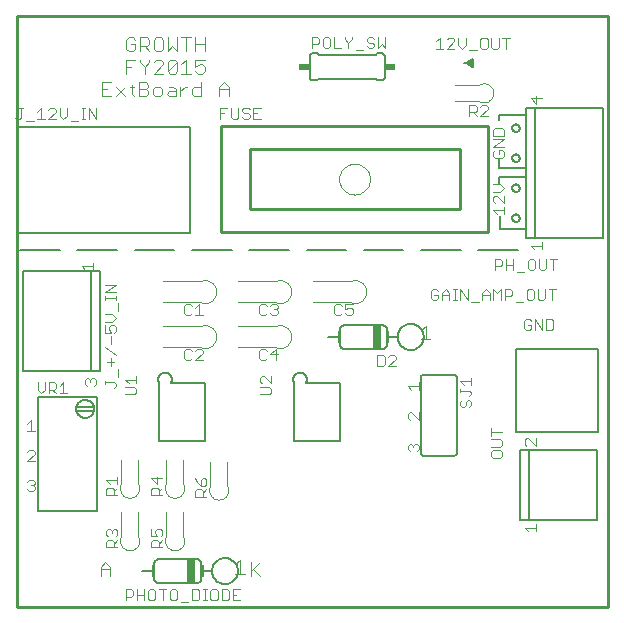
<source format=gto>
G75*
%MOIN*%
%OFA0B0*%
%FSLAX24Y24*%
%IPPOS*%
%LPD*%
%AMOC8*
5,1,8,0,0,1.08239X$1,22.5*
%
%ADD10C,0.0100*%
%ADD11C,0.0030*%
%ADD12C,0.0050*%
%ADD13C,0.0040*%
%ADD14C,0.0039*%
%ADD15R,0.0079X0.0394*%
%ADD16R,0.0295X0.0787*%
%ADD17C,0.0000*%
%ADD18C,0.0060*%
%ADD19R,0.0340X0.0240*%
D10*
X000150Y000150D02*
X000150Y019835D01*
X019835Y019835D01*
X019835Y000150D01*
X000150Y000150D01*
X006951Y012628D02*
X006951Y016172D01*
X015849Y016172D01*
X015849Y012628D01*
X006951Y012628D01*
X007900Y013400D02*
X014900Y013400D01*
X014900Y015400D01*
X007900Y015400D01*
X007900Y013400D01*
D11*
X007837Y016415D02*
X007713Y016415D01*
X007652Y016477D01*
X007530Y016477D02*
X007530Y016785D01*
X007652Y016724D02*
X007652Y016662D01*
X007713Y016600D01*
X007837Y016600D01*
X007899Y016538D01*
X007899Y016477D01*
X007837Y016415D01*
X008020Y016415D02*
X008020Y016785D01*
X008267Y016785D01*
X008143Y016600D02*
X008020Y016600D01*
X007899Y016724D02*
X007837Y016785D01*
X007713Y016785D01*
X007652Y016724D01*
X007530Y016477D02*
X007468Y016415D01*
X007345Y016415D01*
X007283Y016477D01*
X007283Y016785D01*
X007162Y016785D02*
X006915Y016785D01*
X006915Y016415D01*
X006915Y016600D02*
X007038Y016600D01*
X008020Y016415D02*
X008267Y016415D01*
X002794Y016390D02*
X002794Y016760D01*
X002547Y016760D02*
X002547Y016390D01*
X002425Y016390D02*
X002301Y016390D01*
X002363Y016390D02*
X002363Y016760D01*
X002301Y016760D02*
X002425Y016760D01*
X002547Y016760D02*
X002794Y016390D01*
X002180Y016328D02*
X001933Y016328D01*
X001811Y016513D02*
X001688Y016390D01*
X001565Y016513D01*
X001565Y016760D01*
X001443Y016699D02*
X001381Y016760D01*
X001258Y016760D01*
X001196Y016699D01*
X000951Y016760D02*
X000951Y016390D01*
X000828Y016390D02*
X001075Y016390D01*
X001196Y016390D02*
X001443Y016637D01*
X001443Y016699D01*
X001443Y016390D02*
X001196Y016390D01*
X000828Y016637D02*
X000951Y016760D01*
X000706Y016328D02*
X000460Y016328D01*
X000276Y016452D02*
X000276Y016760D01*
X000215Y016760D02*
X000338Y016760D01*
X000276Y016452D02*
X000215Y016390D01*
X000153Y016390D01*
X000091Y016452D01*
X001811Y016513D02*
X001811Y016760D01*
X002673Y011613D02*
X002673Y011366D01*
X002673Y011490D02*
X002303Y011490D01*
X002426Y011366D01*
X003081Y010880D02*
X003452Y010880D01*
X003081Y010633D01*
X003452Y010633D01*
X003452Y010511D02*
X003452Y010388D01*
X003452Y010449D02*
X003081Y010449D01*
X003081Y010388D02*
X003081Y010511D01*
X003513Y010266D02*
X003513Y010019D01*
X003328Y009898D02*
X003081Y009898D01*
X003081Y009651D02*
X003328Y009651D01*
X003452Y009775D01*
X003328Y009898D01*
X003266Y009530D02*
X003390Y009530D01*
X003452Y009468D01*
X003452Y009345D01*
X003390Y009283D01*
X003266Y009283D02*
X003205Y009406D01*
X003205Y009468D01*
X003266Y009530D01*
X003081Y009530D02*
X003081Y009283D01*
X003266Y009283D01*
X003266Y009161D02*
X003266Y008914D01*
X003081Y008793D02*
X003452Y008546D01*
X003266Y008425D02*
X003266Y008178D01*
X003143Y008301D02*
X003390Y008301D01*
X003513Y008056D02*
X003513Y007810D01*
X003390Y007626D02*
X003081Y007626D01*
X003081Y007565D02*
X003081Y007688D01*
X003390Y007626D02*
X003452Y007565D01*
X003452Y007503D01*
X003390Y007441D01*
X003755Y007470D02*
X004059Y007470D01*
X004119Y007409D01*
X004119Y007288D01*
X004059Y007227D01*
X003755Y007227D01*
X003877Y007590D02*
X003755Y007711D01*
X004119Y007711D01*
X004119Y007590D02*
X004119Y007833D01*
X002773Y007702D02*
X002773Y007578D01*
X002711Y007516D01*
X002588Y007640D02*
X002588Y007702D01*
X002650Y007763D01*
X002711Y007763D01*
X002773Y007702D01*
X002588Y007702D02*
X002526Y007763D01*
X002465Y007763D01*
X002403Y007702D01*
X002403Y007578D01*
X002465Y007516D01*
X001820Y007256D02*
X001573Y007256D01*
X001451Y007256D02*
X001328Y007379D01*
X001390Y007379D02*
X001205Y007379D01*
X001083Y007379D02*
X001083Y007626D01*
X001205Y007626D02*
X001390Y007626D01*
X001451Y007564D01*
X001451Y007441D01*
X001390Y007379D01*
X001573Y007502D02*
X001696Y007626D01*
X001696Y007256D01*
X001205Y007256D02*
X001205Y007626D01*
X001083Y007379D02*
X000960Y007256D01*
X000836Y007379D01*
X000836Y007626D01*
X000610Y006376D02*
X000486Y006252D01*
X000610Y006376D02*
X000610Y006006D01*
X000733Y006006D02*
X000486Y006006D01*
X000548Y005376D02*
X000486Y005314D01*
X000548Y005376D02*
X000671Y005376D01*
X000733Y005314D01*
X000733Y005252D01*
X000486Y005006D01*
X000733Y005006D01*
X000671Y004376D02*
X000548Y004376D01*
X000486Y004314D01*
X000610Y004191D02*
X000671Y004191D01*
X000733Y004129D01*
X000733Y004067D01*
X000671Y004006D01*
X000548Y004006D01*
X000486Y004067D01*
X000671Y004191D02*
X000733Y004252D01*
X000733Y004314D01*
X000671Y004376D01*
X003127Y004361D02*
X003491Y004361D01*
X003491Y004240D02*
X003491Y004483D01*
X003249Y004240D02*
X003127Y004361D01*
X003188Y004120D02*
X003309Y004120D01*
X003370Y004060D01*
X003370Y003878D01*
X003370Y003999D02*
X003491Y004120D01*
X003491Y003878D02*
X003127Y003878D01*
X003127Y004060D01*
X003188Y004120D01*
X003188Y002733D02*
X003249Y002733D01*
X003309Y002672D01*
X003370Y002733D01*
X003431Y002733D01*
X003491Y002672D01*
X003491Y002551D01*
X003431Y002490D01*
X003491Y002370D02*
X003370Y002249D01*
X003370Y002310D02*
X003370Y002128D01*
X003491Y002128D02*
X003127Y002128D01*
X003127Y002310D01*
X003188Y002370D01*
X003309Y002370D01*
X003370Y002310D01*
X003188Y002490D02*
X003127Y002551D01*
X003127Y002672D01*
X003188Y002733D01*
X003309Y002672D02*
X003309Y002611D01*
X004627Y002490D02*
X004809Y002490D01*
X004749Y002611D01*
X004749Y002672D01*
X004809Y002733D01*
X004931Y002733D01*
X004991Y002672D01*
X004991Y002551D01*
X004931Y002490D01*
X004991Y002370D02*
X004870Y002249D01*
X004870Y002310D02*
X004870Y002128D01*
X004991Y002128D02*
X004627Y002128D01*
X004627Y002310D01*
X004688Y002370D01*
X004809Y002370D01*
X004870Y002310D01*
X004627Y002490D02*
X004627Y002733D01*
X004627Y003878D02*
X004627Y004060D01*
X004688Y004120D01*
X004809Y004120D01*
X004870Y004060D01*
X004870Y003878D01*
X004870Y003999D02*
X004991Y004120D01*
X004809Y004240D02*
X004809Y004483D01*
X004991Y004422D02*
X004627Y004422D01*
X004809Y004240D01*
X004991Y003878D02*
X004627Y003878D01*
X006097Y003818D02*
X006097Y004000D01*
X006158Y004060D01*
X006279Y004060D01*
X006340Y004000D01*
X006340Y003818D01*
X006340Y003939D02*
X006461Y004060D01*
X006401Y004180D02*
X006461Y004241D01*
X006461Y004362D01*
X006401Y004423D01*
X006340Y004423D01*
X006279Y004362D01*
X006279Y004180D01*
X006401Y004180D01*
X006279Y004180D02*
X006158Y004301D01*
X006097Y004423D01*
X006097Y003818D02*
X006461Y003818D01*
X006473Y000730D02*
X006350Y000730D01*
X006412Y000730D02*
X006412Y000359D01*
X006473Y000359D02*
X006350Y000359D01*
X006229Y000421D02*
X006229Y000668D01*
X006167Y000730D01*
X005982Y000730D01*
X005982Y000359D01*
X006167Y000359D01*
X006229Y000421D01*
X006595Y000421D02*
X006657Y000359D01*
X006781Y000359D01*
X006842Y000421D01*
X006842Y000668D01*
X006781Y000730D01*
X006657Y000730D01*
X006595Y000668D01*
X006595Y000421D01*
X006964Y000359D02*
X007149Y000359D01*
X007211Y000421D01*
X007211Y000668D01*
X007149Y000730D01*
X006964Y000730D01*
X006964Y000359D01*
X007332Y000359D02*
X007332Y000730D01*
X007579Y000730D01*
X007456Y000545D02*
X007332Y000545D01*
X007332Y000359D02*
X007579Y000359D01*
X005860Y000298D02*
X005613Y000298D01*
X005492Y000421D02*
X005492Y000668D01*
X005430Y000730D01*
X005307Y000730D01*
X005245Y000668D01*
X005245Y000421D01*
X005307Y000359D01*
X005430Y000359D01*
X005492Y000421D01*
X005124Y000730D02*
X004877Y000730D01*
X005000Y000730D02*
X005000Y000359D01*
X004755Y000421D02*
X004755Y000668D01*
X004694Y000730D01*
X004570Y000730D01*
X004508Y000668D01*
X004508Y000421D01*
X004570Y000359D01*
X004694Y000359D01*
X004755Y000421D01*
X004387Y000359D02*
X004387Y000730D01*
X004387Y000545D02*
X004140Y000545D01*
X004019Y000545D02*
X003957Y000483D01*
X003772Y000483D01*
X003772Y000359D02*
X003772Y000730D01*
X003957Y000730D01*
X004019Y000668D01*
X004019Y000545D01*
X004140Y000359D02*
X004140Y000730D01*
X008255Y007227D02*
X008559Y007227D01*
X008619Y007288D01*
X008619Y007409D01*
X008559Y007470D01*
X008255Y007470D01*
X008316Y007590D02*
X008255Y007651D01*
X008255Y007772D01*
X008316Y007833D01*
X008377Y007833D01*
X008619Y007590D01*
X008619Y007833D01*
X008772Y008378D02*
X008772Y008742D01*
X008590Y008560D01*
X008833Y008560D01*
X008470Y008681D02*
X008409Y008742D01*
X008288Y008742D01*
X008227Y008681D01*
X008227Y008438D01*
X008288Y008378D01*
X008409Y008378D01*
X008470Y008438D01*
X008409Y009878D02*
X008288Y009878D01*
X008227Y009938D01*
X008227Y010181D01*
X008288Y010242D01*
X008409Y010242D01*
X008470Y010181D01*
X008590Y010181D02*
X008651Y010242D01*
X008772Y010242D01*
X008833Y010181D01*
X008833Y010120D01*
X008772Y010060D01*
X008833Y009999D01*
X008833Y009938D01*
X008772Y009878D01*
X008651Y009878D01*
X008590Y009938D01*
X008470Y009938D02*
X008409Y009878D01*
X008711Y010060D02*
X008772Y010060D01*
X010727Y010181D02*
X010727Y009938D01*
X010788Y009878D01*
X010909Y009878D01*
X010970Y009938D01*
X011090Y009938D02*
X011151Y009878D01*
X011272Y009878D01*
X011333Y009938D01*
X011333Y010060D01*
X011272Y010120D01*
X011211Y010120D01*
X011090Y010060D01*
X011090Y010242D01*
X011333Y010242D01*
X010970Y010181D02*
X010909Y010242D01*
X010788Y010242D01*
X010727Y010181D01*
X012153Y008537D02*
X012338Y008537D01*
X012400Y008475D01*
X012400Y008228D01*
X012338Y008167D01*
X012153Y008167D01*
X012153Y008537D01*
X012521Y008475D02*
X012583Y008537D01*
X012706Y008537D01*
X012768Y008475D01*
X012768Y008413D01*
X012521Y008167D01*
X012768Y008167D01*
X013170Y007506D02*
X013540Y007506D01*
X013540Y007383D02*
X013540Y007629D01*
X013293Y007383D02*
X013170Y007506D01*
X013232Y006629D02*
X013170Y006568D01*
X013170Y006444D01*
X013232Y006383D01*
X013293Y006629D02*
X013540Y006383D01*
X013540Y006629D01*
X013293Y006629D02*
X013232Y006629D01*
X013232Y005579D02*
X013170Y005518D01*
X013170Y005394D01*
X013232Y005333D01*
X013355Y005456D02*
X013355Y005518D01*
X013417Y005579D01*
X013478Y005579D01*
X013540Y005518D01*
X013540Y005394D01*
X013478Y005333D01*
X013355Y005518D02*
X013293Y005579D01*
X013232Y005579D01*
X015943Y005477D02*
X016252Y005477D01*
X016313Y005539D01*
X016313Y005662D01*
X016252Y005724D01*
X015943Y005724D01*
X015943Y005845D02*
X015943Y006092D01*
X015943Y005969D02*
X016313Y005969D01*
X016252Y005356D02*
X016005Y005356D01*
X015943Y005294D01*
X015943Y005170D01*
X016005Y005109D01*
X016252Y005109D01*
X016313Y005170D01*
X016313Y005294D01*
X016252Y005356D01*
X017065Y005577D02*
X017126Y005515D01*
X017065Y005577D02*
X017065Y005700D01*
X017126Y005762D01*
X017188Y005762D01*
X017435Y005515D01*
X017435Y005762D01*
X017435Y002912D02*
X017435Y002665D01*
X017435Y002788D02*
X017065Y002788D01*
X017188Y002665D01*
X017388Y012065D02*
X017265Y012188D01*
X017635Y012188D01*
X017635Y012065D02*
X017635Y012312D01*
X016385Y013240D02*
X016385Y013487D01*
X016385Y013608D02*
X016138Y013855D01*
X016076Y013855D01*
X016015Y013793D01*
X016015Y013670D01*
X016076Y013608D01*
X016385Y013608D02*
X016385Y013855D01*
X016262Y013977D02*
X016385Y014100D01*
X016262Y014224D01*
X016015Y014224D01*
X016015Y013977D02*
X016262Y013977D01*
X016385Y013363D02*
X016015Y013363D01*
X016138Y013240D01*
X016076Y015115D02*
X016323Y015115D01*
X016385Y015177D01*
X016385Y015300D01*
X016323Y015362D01*
X016200Y015362D01*
X016200Y015238D01*
X016076Y015115D02*
X016015Y015177D01*
X016015Y015300D01*
X016076Y015362D01*
X016015Y015483D02*
X016385Y015730D01*
X016015Y015730D01*
X016015Y015852D02*
X016015Y016037D01*
X016076Y016099D01*
X016323Y016099D01*
X016385Y016037D01*
X016385Y015852D01*
X016015Y015852D01*
X016015Y015483D02*
X016385Y015483D01*
X015833Y016503D02*
X015590Y016503D01*
X015833Y016745D01*
X015833Y016806D01*
X015772Y016867D01*
X015651Y016867D01*
X015590Y016806D01*
X015470Y016806D02*
X015470Y016685D01*
X015409Y016624D01*
X015227Y016624D01*
X015227Y016503D02*
X015227Y016867D01*
X015409Y016867D01*
X015470Y016806D01*
X015349Y016624D02*
X015470Y016503D01*
X017265Y017100D02*
X017450Y016915D01*
X017450Y017162D01*
X017635Y017100D02*
X017265Y017100D01*
X016448Y018751D02*
X016448Y019121D01*
X016325Y019121D02*
X016572Y019121D01*
X016203Y019121D02*
X016203Y018812D01*
X016142Y018751D01*
X016018Y018751D01*
X015956Y018812D01*
X015956Y019121D01*
X015835Y019059D02*
X015773Y019121D01*
X015650Y019121D01*
X015588Y019059D01*
X015588Y018812D01*
X015650Y018751D01*
X015773Y018751D01*
X015835Y018812D01*
X015835Y019059D01*
X015467Y018689D02*
X015220Y018689D01*
X015098Y018874D02*
X015098Y019121D01*
X014851Y019121D02*
X014851Y018874D01*
X014975Y018751D01*
X015098Y018874D01*
X014730Y018751D02*
X014483Y018751D01*
X014730Y018998D01*
X014730Y019059D01*
X014668Y019121D01*
X014545Y019121D01*
X014483Y019059D01*
X014238Y019121D02*
X014238Y018751D01*
X014115Y018751D02*
X014362Y018751D01*
X014115Y018998D02*
X014238Y019121D01*
X006211Y010242D02*
X006211Y009878D01*
X006090Y009878D02*
X006333Y009878D01*
X006090Y010120D02*
X006211Y010242D01*
X005970Y010181D02*
X005909Y010242D01*
X005788Y010242D01*
X005727Y010181D01*
X005727Y009938D01*
X005788Y009878D01*
X005909Y009878D01*
X005970Y009938D01*
X005909Y008742D02*
X005788Y008742D01*
X005727Y008681D01*
X005727Y008438D01*
X005788Y008378D01*
X005909Y008378D01*
X005970Y008438D01*
X006090Y008378D02*
X006333Y008620D01*
X006333Y008681D01*
X006272Y008742D01*
X006151Y008742D01*
X006090Y008681D01*
X005970Y008681D02*
X005909Y008742D01*
X006090Y008378D02*
X006333Y008378D01*
D12*
X006418Y007615D02*
X005276Y007615D01*
X005289Y007641D01*
X005298Y007669D01*
X005304Y007698D01*
X005306Y007728D01*
X005304Y007758D01*
X005298Y007787D01*
X005289Y007815D01*
X005276Y007842D01*
X005259Y007866D01*
X005240Y007889D01*
X005217Y007908D01*
X005193Y007925D01*
X005166Y007938D01*
X005138Y007947D01*
X005109Y007953D01*
X005079Y007955D01*
X005049Y007953D01*
X005020Y007947D01*
X004992Y007938D01*
X004966Y007925D01*
X004941Y007908D01*
X004918Y007889D01*
X004899Y007866D01*
X004882Y007841D01*
X004869Y007815D01*
X004860Y007787D01*
X004854Y007758D01*
X004852Y007728D01*
X004854Y007698D01*
X004860Y007669D01*
X004869Y007641D01*
X004882Y007614D01*
X004882Y005685D01*
X006418Y005685D01*
X006418Y007615D01*
X009382Y007615D02*
X009382Y005685D01*
X010918Y005685D01*
X010918Y007615D01*
X009776Y007615D01*
X009789Y007641D01*
X009798Y007669D01*
X009804Y007698D01*
X009806Y007728D01*
X009804Y007758D01*
X009798Y007787D01*
X009789Y007815D01*
X009776Y007842D01*
X009759Y007866D01*
X009740Y007889D01*
X009717Y007908D01*
X009693Y007925D01*
X009666Y007938D01*
X009638Y007947D01*
X009609Y007953D01*
X009579Y007955D01*
X009549Y007953D01*
X009520Y007947D01*
X009492Y007938D01*
X009466Y007925D01*
X009441Y007908D01*
X009418Y007889D01*
X009399Y007866D01*
X009382Y007841D01*
X009369Y007815D01*
X009360Y007787D01*
X009354Y007758D01*
X009352Y007728D01*
X009354Y007698D01*
X009360Y007669D01*
X009369Y007641D01*
X009382Y007614D01*
X010512Y009142D02*
X010906Y009142D01*
X010906Y008906D01*
X010908Y008884D01*
X010912Y008862D01*
X010920Y008841D01*
X010931Y008821D01*
X010944Y008803D01*
X010960Y008787D01*
X010978Y008774D01*
X010998Y008763D01*
X011019Y008755D01*
X011041Y008751D01*
X011063Y008749D01*
X011063Y008748D02*
X012323Y008748D01*
X012323Y008749D02*
X012345Y008751D01*
X012367Y008755D01*
X012388Y008763D01*
X012408Y008774D01*
X012426Y008787D01*
X012442Y008803D01*
X012455Y008821D01*
X012466Y008841D01*
X012474Y008862D01*
X012478Y008884D01*
X012480Y008906D01*
X012481Y008906D02*
X012481Y009142D01*
X012835Y009142D01*
X012481Y009142D02*
X012481Y009378D01*
X012480Y009378D02*
X012478Y009400D01*
X012474Y009422D01*
X012466Y009443D01*
X012455Y009463D01*
X012442Y009481D01*
X012426Y009497D01*
X012408Y009510D01*
X012388Y009521D01*
X012367Y009529D01*
X012345Y009533D01*
X012323Y009535D01*
X012323Y009536D02*
X011063Y009536D01*
X011063Y009535D02*
X011041Y009533D01*
X011019Y009529D01*
X010998Y009521D01*
X010978Y009510D01*
X010960Y009497D01*
X010944Y009481D01*
X010931Y009463D01*
X010920Y009443D01*
X010912Y009422D01*
X010908Y009400D01*
X010906Y009378D01*
X010906Y009142D01*
X012835Y009142D02*
X012837Y009183D01*
X012843Y009224D01*
X012853Y009264D01*
X012866Y009303D01*
X012883Y009340D01*
X012904Y009376D01*
X012928Y009410D01*
X012955Y009441D01*
X012984Y009469D01*
X013017Y009495D01*
X013051Y009517D01*
X013088Y009536D01*
X013126Y009551D01*
X013166Y009563D01*
X013206Y009571D01*
X013247Y009575D01*
X013289Y009575D01*
X013330Y009571D01*
X013370Y009563D01*
X013410Y009551D01*
X013448Y009536D01*
X013484Y009517D01*
X013519Y009495D01*
X013552Y009469D01*
X013581Y009441D01*
X013608Y009410D01*
X013632Y009376D01*
X013653Y009340D01*
X013670Y009303D01*
X013683Y009264D01*
X013693Y009224D01*
X013699Y009183D01*
X013701Y009142D01*
X013699Y009101D01*
X013693Y009060D01*
X013683Y009020D01*
X013670Y008981D01*
X013653Y008944D01*
X013632Y008908D01*
X013608Y008874D01*
X013581Y008843D01*
X013552Y008815D01*
X013519Y008789D01*
X013485Y008767D01*
X013448Y008748D01*
X013410Y008733D01*
X013370Y008721D01*
X013330Y008713D01*
X013289Y008709D01*
X013247Y008709D01*
X013206Y008713D01*
X013166Y008721D01*
X013126Y008733D01*
X013088Y008748D01*
X013052Y008767D01*
X013017Y008789D01*
X012984Y008815D01*
X012955Y008843D01*
X012928Y008874D01*
X012904Y008908D01*
X012883Y008944D01*
X012866Y008981D01*
X012853Y009020D01*
X012843Y009060D01*
X012837Y009101D01*
X012835Y009142D01*
X013030Y012050D02*
X011710Y012050D01*
X011120Y012050D02*
X009800Y012050D01*
X009210Y012050D02*
X007890Y012050D01*
X007300Y012050D02*
X005980Y012050D01*
X005916Y012589D02*
X000168Y012589D01*
X000168Y016132D01*
X005916Y016132D01*
X005916Y012589D01*
X005390Y012050D02*
X004070Y012050D01*
X003480Y012050D02*
X002160Y012050D01*
X001570Y012050D02*
X000250Y012050D01*
X000359Y011343D02*
X002622Y011343D01*
X002622Y007996D01*
X000359Y007996D01*
X000359Y011343D01*
X002622Y011343D02*
X002918Y011343D01*
X002918Y007996D01*
X002622Y007996D01*
X002806Y007150D02*
X002806Y003331D01*
X000837Y003331D01*
X000837Y007150D01*
X002806Y007150D01*
X002701Y006821D02*
X002141Y006821D01*
X002141Y006661D02*
X002701Y006661D01*
X002121Y006741D02*
X002123Y006775D01*
X002129Y006809D01*
X002138Y006842D01*
X002152Y006873D01*
X002169Y006903D01*
X002189Y006931D01*
X002212Y006956D01*
X002238Y006979D01*
X002266Y006998D01*
X002296Y007014D01*
X002328Y007026D01*
X002361Y007035D01*
X002395Y007040D01*
X002430Y007041D01*
X002464Y007038D01*
X002497Y007031D01*
X002530Y007021D01*
X002561Y007006D01*
X002590Y006989D01*
X002617Y006968D01*
X002642Y006944D01*
X002664Y006917D01*
X002682Y006889D01*
X002697Y006858D01*
X002709Y006826D01*
X002717Y006792D01*
X002721Y006758D01*
X002721Y006724D01*
X002717Y006690D01*
X002709Y006656D01*
X002697Y006624D01*
X002682Y006593D01*
X002664Y006565D01*
X002642Y006538D01*
X002617Y006514D01*
X002590Y006493D01*
X002561Y006476D01*
X002530Y006461D01*
X002497Y006451D01*
X002464Y006444D01*
X002430Y006441D01*
X002395Y006442D01*
X002361Y006447D01*
X002328Y006456D01*
X002296Y006468D01*
X002266Y006484D01*
X002238Y006503D01*
X002212Y006526D01*
X002189Y006551D01*
X002169Y006579D01*
X002152Y006609D01*
X002138Y006640D01*
X002129Y006673D01*
X002123Y006707D01*
X002121Y006741D01*
X004874Y001729D02*
X006134Y001729D01*
X006134Y001728D02*
X006156Y001726D01*
X006178Y001722D01*
X006199Y001714D01*
X006219Y001703D01*
X006237Y001690D01*
X006253Y001674D01*
X006266Y001656D01*
X006277Y001636D01*
X006285Y001615D01*
X006289Y001593D01*
X006291Y001571D01*
X006292Y001571D02*
X006292Y001335D01*
X006646Y001335D01*
X006292Y001335D02*
X006292Y001099D01*
X006291Y001099D02*
X006289Y001077D01*
X006285Y001055D01*
X006277Y001034D01*
X006266Y001014D01*
X006253Y000996D01*
X006237Y000980D01*
X006219Y000967D01*
X006199Y000956D01*
X006178Y000948D01*
X006156Y000944D01*
X006134Y000942D01*
X006134Y000941D02*
X004874Y000941D01*
X004874Y000942D02*
X004852Y000944D01*
X004830Y000948D01*
X004809Y000956D01*
X004789Y000967D01*
X004771Y000980D01*
X004755Y000996D01*
X004742Y001014D01*
X004731Y001034D01*
X004723Y001055D01*
X004719Y001077D01*
X004717Y001099D01*
X004717Y001335D01*
X004323Y001335D01*
X004717Y001335D02*
X004717Y001571D01*
X004719Y001593D01*
X004723Y001615D01*
X004731Y001636D01*
X004742Y001656D01*
X004755Y001674D01*
X004771Y001690D01*
X004789Y001703D01*
X004809Y001714D01*
X004830Y001722D01*
X004852Y001726D01*
X004874Y001728D01*
X006646Y001335D02*
X006648Y001376D01*
X006654Y001417D01*
X006664Y001457D01*
X006677Y001496D01*
X006694Y001533D01*
X006715Y001569D01*
X006739Y001603D01*
X006766Y001634D01*
X006795Y001662D01*
X006828Y001688D01*
X006862Y001710D01*
X006899Y001729D01*
X006937Y001744D01*
X006977Y001756D01*
X007017Y001764D01*
X007058Y001768D01*
X007100Y001768D01*
X007141Y001764D01*
X007181Y001756D01*
X007221Y001744D01*
X007259Y001729D01*
X007295Y001710D01*
X007330Y001688D01*
X007363Y001662D01*
X007392Y001634D01*
X007419Y001603D01*
X007443Y001569D01*
X007464Y001533D01*
X007481Y001496D01*
X007494Y001457D01*
X007504Y001417D01*
X007510Y001376D01*
X007512Y001335D01*
X007510Y001294D01*
X007504Y001253D01*
X007494Y001213D01*
X007481Y001174D01*
X007464Y001137D01*
X007443Y001101D01*
X007419Y001067D01*
X007392Y001036D01*
X007363Y001008D01*
X007330Y000982D01*
X007296Y000960D01*
X007259Y000941D01*
X007221Y000926D01*
X007181Y000914D01*
X007141Y000906D01*
X007100Y000902D01*
X007058Y000902D01*
X007017Y000906D01*
X006977Y000914D01*
X006937Y000926D01*
X006899Y000941D01*
X006863Y000960D01*
X006828Y000982D01*
X006795Y001008D01*
X006766Y001036D01*
X006739Y001067D01*
X006715Y001101D01*
X006694Y001137D01*
X006677Y001174D01*
X006664Y001213D01*
X006654Y001253D01*
X006648Y001294D01*
X006646Y001335D01*
X016772Y005972D02*
X019528Y005972D01*
X019528Y008728D01*
X016772Y008728D01*
X016772Y005972D01*
X016920Y005373D02*
X017216Y005373D01*
X017216Y003027D01*
X016920Y003027D01*
X016920Y005373D01*
X017216Y005373D02*
X019480Y005373D01*
X019480Y003027D01*
X017216Y003027D01*
X016850Y012050D02*
X015530Y012050D01*
X014940Y012050D02*
X013620Y012050D01*
X016252Y012752D02*
X017079Y012752D01*
X017119Y012791D01*
X017120Y012427D02*
X017416Y012427D01*
X017416Y016773D01*
X019680Y016773D01*
X019680Y012427D01*
X017416Y012427D01*
X017120Y012427D02*
X017120Y016773D01*
X017416Y016773D01*
X017119Y016531D02*
X016213Y016531D01*
X016213Y016374D01*
X016650Y016100D02*
X016652Y016122D01*
X016658Y016143D01*
X016667Y016162D01*
X016679Y016180D01*
X016695Y016196D01*
X016712Y016208D01*
X016732Y016217D01*
X016753Y016223D01*
X016775Y016225D01*
X016797Y016223D01*
X016818Y016217D01*
X016837Y016208D01*
X016855Y016196D01*
X016871Y016180D01*
X016883Y016162D01*
X016892Y016143D01*
X016898Y016122D01*
X016900Y016100D01*
X016898Y016078D01*
X016892Y016057D01*
X016883Y016038D01*
X016871Y016020D01*
X016855Y016004D01*
X016838Y015992D01*
X016818Y015983D01*
X016797Y015977D01*
X016775Y015975D01*
X016753Y015977D01*
X016732Y015983D01*
X016712Y015992D01*
X016695Y016004D01*
X016679Y016020D01*
X016667Y016037D01*
X016658Y016057D01*
X016652Y016078D01*
X016650Y016100D01*
X016650Y015100D02*
X016652Y015122D01*
X016658Y015143D01*
X016667Y015162D01*
X016679Y015180D01*
X016695Y015196D01*
X016712Y015208D01*
X016732Y015217D01*
X016753Y015223D01*
X016775Y015225D01*
X016797Y015223D01*
X016818Y015217D01*
X016837Y015208D01*
X016855Y015196D01*
X016871Y015180D01*
X016883Y015162D01*
X016892Y015143D01*
X016898Y015122D01*
X016900Y015100D01*
X016898Y015078D01*
X016892Y015057D01*
X016883Y015038D01*
X016871Y015020D01*
X016855Y015004D01*
X016838Y014992D01*
X016818Y014983D01*
X016797Y014977D01*
X016775Y014975D01*
X016753Y014977D01*
X016732Y014983D01*
X016712Y014992D01*
X016695Y015004D01*
X016679Y015020D01*
X016667Y015037D01*
X016658Y015057D01*
X016652Y015078D01*
X016650Y015100D01*
X016213Y015074D02*
X016213Y014759D01*
X017119Y014759D01*
X017119Y014484D02*
X016213Y014484D01*
X016213Y014248D01*
X016650Y014100D02*
X016652Y014122D01*
X016658Y014143D01*
X016667Y014162D01*
X016679Y014180D01*
X016695Y014196D01*
X016712Y014208D01*
X016732Y014217D01*
X016753Y014223D01*
X016775Y014225D01*
X016797Y014223D01*
X016818Y014217D01*
X016837Y014208D01*
X016855Y014196D01*
X016871Y014180D01*
X016883Y014162D01*
X016892Y014143D01*
X016898Y014122D01*
X016900Y014100D01*
X016898Y014078D01*
X016892Y014057D01*
X016883Y014038D01*
X016871Y014020D01*
X016855Y014004D01*
X016838Y013992D01*
X016818Y013983D01*
X016797Y013977D01*
X016775Y013975D01*
X016753Y013977D01*
X016732Y013983D01*
X016712Y013992D01*
X016695Y014004D01*
X016679Y014020D01*
X016667Y014037D01*
X016658Y014057D01*
X016652Y014078D01*
X016650Y014100D01*
X016252Y013185D02*
X016252Y012752D01*
X016650Y013100D02*
X016652Y013122D01*
X016658Y013143D01*
X016667Y013162D01*
X016679Y013180D01*
X016695Y013196D01*
X016712Y013208D01*
X016732Y013217D01*
X016753Y013223D01*
X016775Y013225D01*
X016797Y013223D01*
X016818Y013217D01*
X016837Y013208D01*
X016855Y013196D01*
X016871Y013180D01*
X016883Y013162D01*
X016892Y013143D01*
X016898Y013122D01*
X016900Y013100D01*
X016898Y013078D01*
X016892Y013057D01*
X016883Y013038D01*
X016871Y013020D01*
X016855Y013004D01*
X016838Y012992D01*
X016818Y012983D01*
X016797Y012977D01*
X016775Y012975D01*
X016753Y012977D01*
X016732Y012983D01*
X016712Y012992D01*
X016695Y013004D01*
X016679Y013020D01*
X016667Y013037D01*
X016658Y013057D01*
X016652Y013078D01*
X016650Y013100D01*
X015338Y018132D02*
X015121Y018270D01*
X015338Y018408D01*
X015338Y018132D01*
X015338Y018144D02*
X015320Y018144D01*
X015338Y018192D02*
X015244Y018192D01*
X015168Y018241D02*
X015338Y018241D01*
X015338Y018289D02*
X015151Y018289D01*
X015102Y018270D02*
X015043Y018270D01*
X015228Y018338D02*
X015338Y018338D01*
X015338Y018386D02*
X015304Y018386D01*
D13*
X012420Y018770D02*
X012420Y019130D01*
X012300Y018890D02*
X012420Y018770D01*
X012300Y018890D02*
X012180Y018770D01*
X012180Y019130D01*
X012052Y019070D02*
X011992Y019130D01*
X011872Y019130D01*
X011812Y019070D01*
X011812Y019010D01*
X011872Y018950D01*
X011992Y018950D01*
X012052Y018890D01*
X012052Y018830D01*
X011992Y018770D01*
X011872Y018770D01*
X011812Y018830D01*
X011683Y018710D02*
X011443Y018710D01*
X011195Y018770D02*
X011195Y018950D01*
X011315Y019070D01*
X011315Y019130D01*
X011195Y018950D02*
X011075Y019070D01*
X011075Y019130D01*
X010707Y019130D02*
X010707Y018770D01*
X010947Y018770D01*
X010579Y018830D02*
X010579Y019070D01*
X010518Y019130D01*
X010398Y019130D01*
X010338Y019070D01*
X010338Y018830D01*
X010398Y018770D01*
X010518Y018770D01*
X010579Y018830D01*
X010210Y018950D02*
X010210Y019070D01*
X010150Y019130D01*
X009970Y019130D01*
X009970Y018770D01*
X009970Y018890D02*
X010150Y018890D01*
X010210Y018950D01*
X007203Y017477D02*
X007203Y017170D01*
X007203Y017400D02*
X006896Y017400D01*
X006896Y017477D02*
X007050Y017630D01*
X007203Y017477D01*
X006896Y017477D02*
X006896Y017170D01*
X006283Y017170D02*
X006283Y017630D01*
X006283Y017477D02*
X006052Y017477D01*
X005976Y017400D01*
X005976Y017247D01*
X006052Y017170D01*
X006283Y017170D01*
X005822Y017477D02*
X005745Y017477D01*
X005592Y017323D01*
X005592Y017170D02*
X005592Y017477D01*
X005439Y017400D02*
X005439Y017170D01*
X005208Y017170D01*
X005132Y017247D01*
X005208Y017323D01*
X005439Y017323D01*
X005439Y017400D02*
X005362Y017477D01*
X005208Y017477D01*
X004978Y017400D02*
X004978Y017247D01*
X004901Y017170D01*
X004748Y017170D01*
X004671Y017247D01*
X004671Y017400D01*
X004748Y017477D01*
X004901Y017477D01*
X004978Y017400D01*
X004518Y017323D02*
X004518Y017247D01*
X004441Y017170D01*
X004211Y017170D01*
X004211Y017630D01*
X004441Y017630D01*
X004518Y017554D01*
X004518Y017477D01*
X004441Y017400D01*
X004211Y017400D01*
X004057Y017477D02*
X003904Y017477D01*
X003981Y017554D02*
X003981Y017247D01*
X004057Y017170D01*
X003750Y017170D02*
X003444Y017477D01*
X003290Y017630D02*
X002983Y017630D01*
X002983Y017170D01*
X003290Y017170D01*
X003444Y017170D02*
X003750Y017477D01*
X003789Y017920D02*
X003789Y018380D01*
X004096Y018380D01*
X004249Y018380D02*
X004249Y018304D01*
X004403Y018150D01*
X004403Y017920D01*
X004403Y018150D02*
X004556Y018304D01*
X004556Y018380D01*
X004710Y018304D02*
X004786Y018380D01*
X004940Y018380D01*
X005017Y018304D01*
X005017Y018227D01*
X004710Y017920D01*
X005017Y017920D01*
X005170Y017997D02*
X005477Y018304D01*
X005477Y017997D01*
X005400Y017920D01*
X005247Y017920D01*
X005170Y017997D01*
X005170Y018304D01*
X005247Y018380D01*
X005400Y018380D01*
X005477Y018304D01*
X005630Y018227D02*
X005784Y018380D01*
X005784Y017920D01*
X005937Y017920D02*
X005630Y017920D01*
X006091Y017997D02*
X006168Y017920D01*
X006321Y017920D01*
X006398Y017997D01*
X006398Y018150D01*
X006321Y018227D01*
X006244Y018227D01*
X006091Y018150D01*
X006091Y018380D01*
X006398Y018380D01*
X006398Y018670D02*
X006398Y019130D01*
X006398Y018900D02*
X006091Y018900D01*
X006091Y018670D02*
X006091Y019130D01*
X005937Y019130D02*
X005630Y019130D01*
X005477Y019130D02*
X005477Y018670D01*
X005323Y018823D01*
X005170Y018670D01*
X005170Y019130D01*
X005017Y019054D02*
X004940Y019130D01*
X004786Y019130D01*
X004710Y019054D01*
X004710Y018747D01*
X004786Y018670D01*
X004940Y018670D01*
X005017Y018747D01*
X005017Y019054D01*
X004556Y019054D02*
X004556Y018900D01*
X004479Y018823D01*
X004249Y018823D01*
X004249Y018670D02*
X004249Y019130D01*
X004479Y019130D01*
X004556Y019054D01*
X004403Y018823D02*
X004556Y018670D01*
X004096Y018747D02*
X004096Y018900D01*
X003942Y018900D01*
X003789Y018747D02*
X003866Y018670D01*
X004019Y018670D01*
X004096Y018747D01*
X004096Y019054D02*
X004019Y019130D01*
X003866Y019130D01*
X003789Y019054D01*
X003789Y018747D01*
X003789Y018150D02*
X003942Y018150D01*
X004441Y017400D02*
X004518Y017323D01*
X003137Y017400D02*
X002983Y017400D01*
X005784Y018670D02*
X005784Y019130D01*
X014002Y010732D02*
X013942Y010672D01*
X013942Y010432D01*
X014002Y010372D01*
X014123Y010372D01*
X014183Y010432D01*
X014183Y010552D01*
X014063Y010552D01*
X014183Y010672D02*
X014123Y010732D01*
X014002Y010732D01*
X014311Y010612D02*
X014431Y010732D01*
X014551Y010612D01*
X014551Y010372D01*
X014679Y010372D02*
X014799Y010372D01*
X014739Y010372D02*
X014739Y010732D01*
X014679Y010732D02*
X014799Y010732D01*
X014925Y010732D02*
X015165Y010372D01*
X015165Y010732D01*
X014925Y010732D02*
X014925Y010372D01*
X015293Y010312D02*
X015533Y010312D01*
X015661Y010372D02*
X015661Y010612D01*
X015781Y010732D01*
X015901Y010612D01*
X015901Y010372D01*
X016030Y010372D02*
X016030Y010732D01*
X016150Y010612D01*
X016270Y010732D01*
X016270Y010372D01*
X016398Y010372D02*
X016398Y010732D01*
X016578Y010732D01*
X016638Y010672D01*
X016638Y010552D01*
X016578Y010492D01*
X016398Y010492D01*
X016766Y010312D02*
X017006Y010312D01*
X017134Y010432D02*
X017195Y010372D01*
X017315Y010372D01*
X017375Y010432D01*
X017375Y010672D01*
X017315Y010732D01*
X017195Y010732D01*
X017134Y010672D01*
X017134Y010432D01*
X017503Y010432D02*
X017563Y010372D01*
X017683Y010372D01*
X017743Y010432D01*
X017743Y010732D01*
X017871Y010732D02*
X018111Y010732D01*
X017991Y010732D02*
X017991Y010372D01*
X017503Y010432D02*
X017503Y010732D01*
X017602Y011372D02*
X017722Y011372D01*
X017782Y011432D01*
X017782Y011732D01*
X017910Y011732D02*
X018150Y011732D01*
X018030Y011732D02*
X018030Y011372D01*
X017602Y011372D02*
X017542Y011432D01*
X017542Y011732D01*
X017414Y011672D02*
X017354Y011732D01*
X017233Y011732D01*
X017173Y011672D01*
X017173Y011432D01*
X017233Y011372D01*
X017354Y011372D01*
X017414Y011432D01*
X017414Y011672D01*
X017045Y011312D02*
X016805Y011312D01*
X016677Y011372D02*
X016677Y011732D01*
X016677Y011552D02*
X016437Y011552D01*
X016309Y011552D02*
X016309Y011672D01*
X016249Y011732D01*
X016068Y011732D01*
X016068Y011372D01*
X016068Y011492D02*
X016249Y011492D01*
X016309Y011552D01*
X016437Y011372D02*
X016437Y011732D01*
X015901Y010552D02*
X015661Y010552D01*
X014551Y010552D02*
X014311Y010552D01*
X014311Y010612D02*
X014311Y010372D01*
X013769Y009516D02*
X013769Y009056D01*
X013922Y009056D02*
X013615Y009056D01*
X013615Y009363D02*
X013769Y009516D01*
X014925Y007658D02*
X015285Y007658D01*
X015285Y007538D02*
X015285Y007778D01*
X015045Y007538D02*
X014925Y007658D01*
X014925Y007409D02*
X014925Y007289D01*
X014925Y007349D02*
X015225Y007349D01*
X015285Y007289D01*
X015285Y007229D01*
X015225Y007169D01*
X015225Y007041D02*
X015285Y006981D01*
X015285Y006861D01*
X015225Y006801D01*
X015105Y006861D02*
X015105Y006981D01*
X015165Y007041D01*
X015225Y007041D01*
X015105Y006861D02*
X015045Y006801D01*
X014985Y006801D01*
X014925Y006861D01*
X014925Y006981D01*
X014985Y007041D01*
X017113Y009372D02*
X017233Y009372D01*
X017293Y009432D01*
X017293Y009552D01*
X017173Y009552D01*
X017293Y009672D02*
X017233Y009732D01*
X017113Y009732D01*
X017053Y009672D01*
X017053Y009432D01*
X017113Y009372D01*
X017421Y009372D02*
X017421Y009732D01*
X017661Y009372D01*
X017661Y009732D01*
X017789Y009732D02*
X017969Y009732D01*
X018030Y009672D01*
X018030Y009432D01*
X017969Y009372D01*
X017789Y009372D01*
X017789Y009732D01*
X008247Y001630D02*
X007940Y001323D01*
X008017Y001400D02*
X008247Y001170D01*
X007940Y001170D02*
X007940Y001630D01*
X007580Y001709D02*
X007580Y001249D01*
X007733Y001249D02*
X007426Y001249D01*
X007426Y001556D02*
X007580Y001709D01*
X003247Y001477D02*
X003247Y001170D01*
X003247Y001400D02*
X002940Y001400D01*
X002940Y001477D02*
X003093Y001630D01*
X003247Y001477D01*
X002940Y001477D02*
X002940Y001170D01*
D14*
X003625Y002506D02*
X003609Y002475D01*
X003596Y002442D01*
X003588Y002408D01*
X003583Y002373D01*
X003582Y002338D01*
X003585Y002303D01*
X003592Y002269D01*
X003602Y002235D01*
X003616Y002203D01*
X003634Y002173D01*
X003655Y002145D01*
X003678Y002119D01*
X003705Y002096D01*
X003733Y002076D01*
X003764Y002059D01*
X003797Y002046D01*
X003830Y002037D01*
X003865Y002031D01*
X003900Y002029D01*
X003935Y002031D01*
X003970Y002037D01*
X004003Y002046D01*
X004036Y002059D01*
X004067Y002076D01*
X004095Y002096D01*
X004122Y002119D01*
X004145Y002145D01*
X004166Y002173D01*
X004184Y002203D01*
X004198Y002235D01*
X004208Y002269D01*
X004215Y002303D01*
X004218Y002338D01*
X004217Y002373D01*
X004212Y002408D01*
X004204Y002442D01*
X004191Y002475D01*
X004175Y002506D01*
X004176Y002506D02*
X004176Y003294D01*
X003624Y003294D02*
X003624Y002506D01*
X005124Y002506D02*
X005124Y003294D01*
X005676Y003294D02*
X005676Y002506D01*
X005675Y002506D02*
X005691Y002475D01*
X005704Y002442D01*
X005712Y002408D01*
X005717Y002373D01*
X005718Y002338D01*
X005715Y002303D01*
X005708Y002269D01*
X005698Y002235D01*
X005684Y002203D01*
X005666Y002173D01*
X005645Y002145D01*
X005622Y002119D01*
X005595Y002096D01*
X005567Y002076D01*
X005536Y002059D01*
X005503Y002046D01*
X005470Y002037D01*
X005435Y002031D01*
X005400Y002029D01*
X005365Y002031D01*
X005330Y002037D01*
X005297Y002046D01*
X005264Y002059D01*
X005233Y002076D01*
X005205Y002096D01*
X005178Y002119D01*
X005155Y002145D01*
X005134Y002173D01*
X005116Y002203D01*
X005102Y002235D01*
X005092Y002269D01*
X005085Y002303D01*
X005082Y002338D01*
X005083Y002373D01*
X005088Y002408D01*
X005096Y002442D01*
X005109Y002475D01*
X005125Y002506D01*
X005125Y004256D02*
X005109Y004226D01*
X005097Y004194D01*
X005088Y004161D01*
X005083Y004127D01*
X005082Y004093D01*
X005084Y004059D01*
X005090Y004025D01*
X005100Y003992D01*
X005113Y003961D01*
X005129Y003931D01*
X005148Y003903D01*
X005171Y003877D01*
X005196Y003853D01*
X005223Y003833D01*
X005252Y003815D01*
X005283Y003801D01*
X005316Y003790D01*
X005349Y003783D01*
X005383Y003779D01*
X005417Y003779D01*
X005451Y003783D01*
X005484Y003790D01*
X005517Y003801D01*
X005548Y003815D01*
X005577Y003833D01*
X005604Y003853D01*
X005629Y003877D01*
X005652Y003903D01*
X005671Y003931D01*
X005687Y003961D01*
X005700Y003992D01*
X005710Y004025D01*
X005716Y004059D01*
X005718Y004093D01*
X005717Y004127D01*
X005712Y004161D01*
X005703Y004194D01*
X005691Y004226D01*
X005675Y004256D01*
X005676Y004256D02*
X005676Y005044D01*
X005124Y005044D02*
X005124Y004256D01*
X004176Y004256D02*
X004176Y005044D01*
X003624Y005044D02*
X003624Y004256D01*
X003625Y004256D02*
X003609Y004226D01*
X003597Y004194D01*
X003588Y004161D01*
X003583Y004127D01*
X003582Y004093D01*
X003584Y004059D01*
X003590Y004025D01*
X003600Y003992D01*
X003613Y003961D01*
X003629Y003931D01*
X003648Y003903D01*
X003671Y003877D01*
X003696Y003853D01*
X003723Y003833D01*
X003752Y003815D01*
X003783Y003801D01*
X003816Y003790D01*
X003849Y003783D01*
X003883Y003779D01*
X003917Y003779D01*
X003951Y003783D01*
X003984Y003790D01*
X004017Y003801D01*
X004048Y003815D01*
X004077Y003833D01*
X004104Y003853D01*
X004129Y003877D01*
X004152Y003903D01*
X004171Y003931D01*
X004187Y003961D01*
X004200Y003992D01*
X004210Y004025D01*
X004216Y004059D01*
X004218Y004093D01*
X004217Y004127D01*
X004212Y004161D01*
X004203Y004194D01*
X004191Y004226D01*
X004175Y004256D01*
X006594Y004196D02*
X006594Y004984D01*
X007146Y004984D02*
X007146Y004196D01*
X007145Y004196D02*
X007161Y004166D01*
X007173Y004134D01*
X007182Y004101D01*
X007187Y004067D01*
X007188Y004033D01*
X007186Y003999D01*
X007180Y003965D01*
X007170Y003932D01*
X007157Y003901D01*
X007141Y003871D01*
X007122Y003843D01*
X007099Y003817D01*
X007074Y003793D01*
X007047Y003773D01*
X007018Y003755D01*
X006987Y003741D01*
X006954Y003730D01*
X006921Y003723D01*
X006887Y003719D01*
X006853Y003719D01*
X006819Y003723D01*
X006786Y003730D01*
X006753Y003741D01*
X006722Y003755D01*
X006693Y003773D01*
X006666Y003793D01*
X006641Y003817D01*
X006618Y003843D01*
X006599Y003871D01*
X006583Y003901D01*
X006570Y003932D01*
X006560Y003965D01*
X006554Y003999D01*
X006552Y004033D01*
X006553Y004067D01*
X006558Y004101D01*
X006567Y004134D01*
X006579Y004166D01*
X006595Y004196D01*
X006280Y008796D02*
X005020Y008796D01*
X005020Y009504D02*
X006280Y009504D01*
X006316Y009515D01*
X006354Y009523D01*
X006392Y009527D01*
X006430Y009526D01*
X006468Y009522D01*
X006505Y009515D01*
X006541Y009503D01*
X006576Y009488D01*
X006609Y009469D01*
X006641Y009448D01*
X006669Y009423D01*
X006696Y009395D01*
X006719Y009365D01*
X006739Y009332D01*
X006756Y009298D01*
X006769Y009263D01*
X006778Y009226D01*
X006784Y009188D01*
X006786Y009150D01*
X006784Y009112D01*
X006778Y009074D01*
X006769Y009037D01*
X006756Y009002D01*
X006739Y008968D01*
X006719Y008935D01*
X006696Y008905D01*
X006669Y008877D01*
X006641Y008852D01*
X006609Y008831D01*
X006576Y008812D01*
X006541Y008797D01*
X006505Y008785D01*
X006468Y008778D01*
X006430Y008774D01*
X006392Y008773D01*
X006354Y008777D01*
X006316Y008785D01*
X006280Y008796D01*
X007520Y008796D02*
X008780Y008796D01*
X008816Y008785D01*
X008854Y008777D01*
X008892Y008773D01*
X008930Y008774D01*
X008968Y008778D01*
X009005Y008785D01*
X009041Y008797D01*
X009076Y008812D01*
X009109Y008831D01*
X009141Y008852D01*
X009169Y008877D01*
X009196Y008905D01*
X009219Y008935D01*
X009239Y008968D01*
X009256Y009002D01*
X009269Y009037D01*
X009278Y009074D01*
X009284Y009112D01*
X009286Y009150D01*
X009284Y009188D01*
X009278Y009226D01*
X009269Y009263D01*
X009256Y009298D01*
X009239Y009332D01*
X009219Y009365D01*
X009196Y009395D01*
X009169Y009423D01*
X009141Y009448D01*
X009109Y009469D01*
X009076Y009488D01*
X009041Y009503D01*
X009005Y009515D01*
X008968Y009522D01*
X008930Y009526D01*
X008892Y009527D01*
X008854Y009523D01*
X008816Y009515D01*
X008780Y009504D01*
X007520Y009504D01*
X007520Y010296D02*
X008780Y010296D01*
X008816Y010285D01*
X008854Y010277D01*
X008892Y010273D01*
X008930Y010274D01*
X008968Y010278D01*
X009005Y010285D01*
X009041Y010297D01*
X009076Y010312D01*
X009109Y010331D01*
X009141Y010352D01*
X009169Y010377D01*
X009196Y010405D01*
X009219Y010435D01*
X009239Y010468D01*
X009256Y010502D01*
X009269Y010537D01*
X009278Y010574D01*
X009284Y010612D01*
X009286Y010650D01*
X009284Y010688D01*
X009278Y010726D01*
X009269Y010763D01*
X009256Y010798D01*
X009239Y010832D01*
X009219Y010865D01*
X009196Y010895D01*
X009169Y010923D01*
X009141Y010948D01*
X009109Y010969D01*
X009076Y010988D01*
X009041Y011003D01*
X009005Y011015D01*
X008968Y011022D01*
X008930Y011026D01*
X008892Y011027D01*
X008854Y011023D01*
X008816Y011015D01*
X008780Y011004D01*
X007520Y011004D01*
X006280Y011004D02*
X006316Y011015D01*
X006354Y011023D01*
X006392Y011027D01*
X006430Y011026D01*
X006468Y011022D01*
X006505Y011015D01*
X006541Y011003D01*
X006576Y010988D01*
X006609Y010969D01*
X006641Y010948D01*
X006669Y010923D01*
X006696Y010895D01*
X006719Y010865D01*
X006739Y010832D01*
X006756Y010798D01*
X006769Y010763D01*
X006778Y010726D01*
X006784Y010688D01*
X006786Y010650D01*
X006784Y010612D01*
X006778Y010574D01*
X006769Y010537D01*
X006756Y010502D01*
X006739Y010468D01*
X006719Y010435D01*
X006696Y010405D01*
X006669Y010377D01*
X006641Y010352D01*
X006609Y010331D01*
X006576Y010312D01*
X006541Y010297D01*
X006505Y010285D01*
X006468Y010278D01*
X006430Y010274D01*
X006392Y010273D01*
X006354Y010277D01*
X006316Y010285D01*
X006280Y010296D01*
X005020Y010296D01*
X005020Y011004D02*
X006280Y011004D01*
X010020Y011004D02*
X011280Y011004D01*
X011316Y011015D01*
X011354Y011023D01*
X011392Y011027D01*
X011430Y011026D01*
X011468Y011022D01*
X011505Y011015D01*
X011541Y011003D01*
X011576Y010988D01*
X011609Y010969D01*
X011641Y010948D01*
X011669Y010923D01*
X011696Y010895D01*
X011719Y010865D01*
X011739Y010832D01*
X011756Y010798D01*
X011769Y010763D01*
X011778Y010726D01*
X011784Y010688D01*
X011786Y010650D01*
X011784Y010612D01*
X011778Y010574D01*
X011769Y010537D01*
X011756Y010502D01*
X011739Y010468D01*
X011719Y010435D01*
X011696Y010405D01*
X011669Y010377D01*
X011641Y010352D01*
X011609Y010331D01*
X011576Y010312D01*
X011541Y010297D01*
X011505Y010285D01*
X011468Y010278D01*
X011430Y010274D01*
X011392Y010273D01*
X011354Y010277D01*
X011316Y010285D01*
X011280Y010296D01*
X010020Y010296D01*
X014756Y016999D02*
X015544Y016999D01*
X015544Y017000D02*
X015574Y016984D01*
X015606Y016972D01*
X015639Y016963D01*
X015673Y016958D01*
X015707Y016957D01*
X015741Y016959D01*
X015775Y016965D01*
X015808Y016975D01*
X015839Y016988D01*
X015869Y017004D01*
X015897Y017023D01*
X015923Y017046D01*
X015947Y017071D01*
X015967Y017098D01*
X015985Y017127D01*
X015999Y017158D01*
X016010Y017191D01*
X016017Y017224D01*
X016021Y017258D01*
X016021Y017292D01*
X016017Y017326D01*
X016010Y017359D01*
X015999Y017392D01*
X015985Y017423D01*
X015967Y017452D01*
X015947Y017479D01*
X015923Y017504D01*
X015897Y017527D01*
X015869Y017546D01*
X015839Y017562D01*
X015808Y017575D01*
X015775Y017585D01*
X015741Y017591D01*
X015707Y017593D01*
X015673Y017592D01*
X015639Y017587D01*
X015606Y017578D01*
X015574Y017566D01*
X015544Y017550D01*
X015544Y017551D02*
X014756Y017551D01*
D15*
X012520Y009142D03*
X010867Y009142D03*
X006331Y001335D03*
X004678Y001335D03*
D16*
X005947Y001335D03*
X012136Y009142D03*
D17*
X010888Y014400D02*
X010890Y014445D01*
X010896Y014489D01*
X010905Y014533D01*
X010919Y014575D01*
X010936Y014616D01*
X010957Y014656D01*
X010981Y014694D01*
X011008Y014729D01*
X011038Y014762D01*
X011071Y014792D01*
X011106Y014819D01*
X011144Y014843D01*
X011184Y014864D01*
X011225Y014881D01*
X011267Y014895D01*
X011311Y014904D01*
X011355Y014910D01*
X011400Y014912D01*
X011445Y014910D01*
X011489Y014904D01*
X011533Y014895D01*
X011575Y014881D01*
X011616Y014864D01*
X011656Y014843D01*
X011694Y014819D01*
X011729Y014792D01*
X011762Y014762D01*
X011792Y014729D01*
X011819Y014694D01*
X011843Y014656D01*
X011864Y014616D01*
X011881Y014575D01*
X011895Y014533D01*
X011904Y014489D01*
X011910Y014445D01*
X011912Y014400D01*
X011910Y014355D01*
X011904Y014311D01*
X011895Y014267D01*
X011881Y014225D01*
X011864Y014184D01*
X011843Y014144D01*
X011819Y014106D01*
X011792Y014071D01*
X011762Y014038D01*
X011729Y014008D01*
X011694Y013981D01*
X011656Y013957D01*
X011616Y013936D01*
X011575Y013919D01*
X011533Y013905D01*
X011489Y013896D01*
X011445Y013890D01*
X011400Y013888D01*
X011355Y013890D01*
X011311Y013896D01*
X011267Y013905D01*
X011225Y013919D01*
X011184Y013936D01*
X011144Y013957D01*
X011106Y013981D01*
X011071Y014008D01*
X011038Y014038D01*
X011008Y014071D01*
X010981Y014106D01*
X010957Y014144D01*
X010936Y014184D01*
X010919Y014225D01*
X010905Y014267D01*
X010896Y014311D01*
X010890Y014355D01*
X010888Y014400D01*
D18*
X010150Y017700D02*
X010200Y017750D01*
X012100Y017750D01*
X012150Y017700D01*
X012300Y017700D01*
X012317Y017702D01*
X012334Y017706D01*
X012350Y017713D01*
X012364Y017723D01*
X012377Y017736D01*
X012387Y017750D01*
X012394Y017766D01*
X012398Y017783D01*
X012400Y017800D01*
X012400Y018500D01*
X012398Y018517D01*
X012394Y018534D01*
X012387Y018550D01*
X012377Y018564D01*
X012364Y018577D01*
X012350Y018587D01*
X012334Y018594D01*
X012317Y018598D01*
X012300Y018600D01*
X012150Y018600D01*
X012100Y018550D01*
X010200Y018550D01*
X010150Y018600D01*
X010000Y018600D01*
X009983Y018598D01*
X009966Y018594D01*
X009950Y018587D01*
X009936Y018577D01*
X009923Y018564D01*
X009913Y018550D01*
X009906Y018534D01*
X009902Y018517D01*
X009900Y018500D01*
X009900Y017800D01*
X009902Y017783D01*
X009906Y017766D01*
X009913Y017750D01*
X009923Y017736D01*
X009936Y017723D01*
X009950Y017713D01*
X009966Y017706D01*
X009983Y017702D01*
X010000Y017700D01*
X010150Y017700D01*
X013705Y007886D02*
X014705Y007886D01*
X014722Y007884D01*
X014739Y007880D01*
X014755Y007873D01*
X014769Y007863D01*
X014782Y007850D01*
X014792Y007836D01*
X014799Y007820D01*
X014803Y007803D01*
X014805Y007786D01*
X014805Y005286D01*
X014803Y005269D01*
X014799Y005252D01*
X014792Y005236D01*
X014782Y005222D01*
X014769Y005209D01*
X014755Y005199D01*
X014739Y005192D01*
X014722Y005188D01*
X014705Y005186D01*
X013705Y005186D01*
X013688Y005188D01*
X013671Y005192D01*
X013655Y005199D01*
X013641Y005209D01*
X013628Y005222D01*
X013618Y005236D01*
X013611Y005252D01*
X013607Y005269D01*
X013605Y005286D01*
X013605Y007786D01*
X013607Y007803D01*
X013611Y007820D01*
X013618Y007836D01*
X013628Y007850D01*
X013641Y007863D01*
X013655Y007873D01*
X013671Y007880D01*
X013688Y007884D01*
X013705Y007886D01*
D19*
X012570Y018150D03*
X009730Y018150D03*
M02*

</source>
